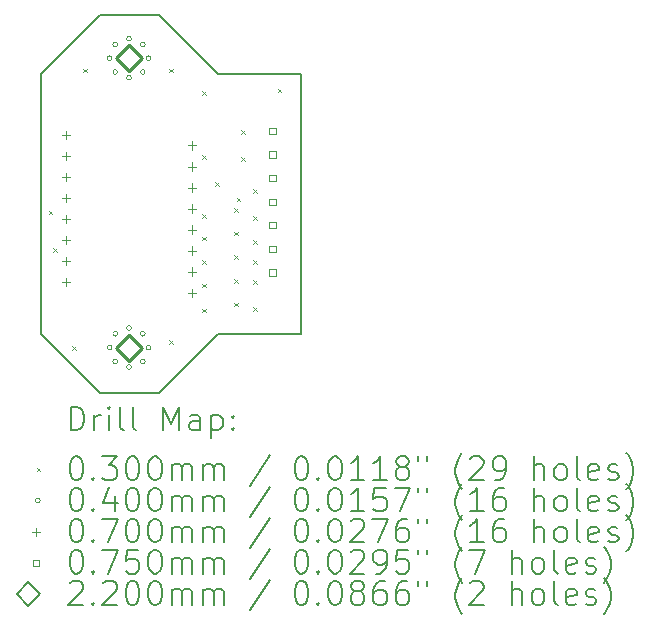
<source format=gbr>
%FSLAX45Y45*%
G04 Gerber Fmt 4.5, Leading zero omitted, Abs format (unit mm)*
G04 Created by KiCad (PCBNEW (6.0.5)) date 2022-07-09 20:48:07*
%MOMM*%
%LPD*%
G01*
G04 APERTURE LIST*
%TA.AperFunction,Profile*%
%ADD10C,0.127000*%
%TD*%
%ADD11C,0.200000*%
%ADD12C,0.030000*%
%ADD13C,0.040000*%
%ADD14C,0.070000*%
%ADD15C,0.075000*%
%ADD16C,0.220000*%
G04 APERTURE END LIST*
D10*
X16000000Y-9800000D02*
X16000000Y-7600000D01*
X17000000Y-7100000D02*
X17500000Y-7600000D01*
X17000000Y-10300000D02*
X16500000Y-10300000D01*
X16500000Y-7100000D02*
X16000000Y-7600000D01*
X17500000Y-7600000D02*
X18200000Y-7600000D01*
X16000000Y-9800000D02*
X16500000Y-10300000D01*
X17500000Y-9800000D02*
X18200000Y-9800000D01*
X18200000Y-7600000D02*
X18200000Y-9800000D01*
X16500000Y-7100000D02*
X17000000Y-7100000D01*
X17000000Y-10300000D02*
X17500000Y-9800000D01*
D11*
D12*
X16065000Y-8755000D02*
X16095000Y-8785000D01*
X16095000Y-8755000D02*
X16065000Y-8785000D01*
X16105000Y-9075000D02*
X16135000Y-9105000D01*
X16135000Y-9075000D02*
X16105000Y-9105000D01*
X16265000Y-9905000D02*
X16295000Y-9935000D01*
X16295000Y-9905000D02*
X16265000Y-9935000D01*
X16355000Y-7555000D02*
X16385000Y-7585000D01*
X16385000Y-7555000D02*
X16355000Y-7585000D01*
X17085000Y-7555000D02*
X17115000Y-7585000D01*
X17115000Y-7555000D02*
X17085000Y-7585000D01*
X17085000Y-9855000D02*
X17115000Y-9885000D01*
X17115000Y-9855000D02*
X17085000Y-9885000D01*
X17365000Y-7745000D02*
X17395000Y-7775000D01*
X17395000Y-7745000D02*
X17365000Y-7775000D01*
X17365000Y-8285000D02*
X17395000Y-8315000D01*
X17395000Y-8285000D02*
X17365000Y-8315000D01*
X17365000Y-8785000D02*
X17395000Y-8815000D01*
X17395000Y-8785000D02*
X17365000Y-8815000D01*
X17365000Y-8975000D02*
X17395000Y-9005000D01*
X17395000Y-8975000D02*
X17365000Y-9005000D01*
X17365000Y-9175000D02*
X17395000Y-9205000D01*
X17395000Y-9175000D02*
X17365000Y-9205000D01*
X17365000Y-9375000D02*
X17395000Y-9405000D01*
X17395000Y-9375000D02*
X17365000Y-9405000D01*
X17365000Y-9585000D02*
X17395000Y-9615000D01*
X17395000Y-9585000D02*
X17365000Y-9615000D01*
X17475000Y-8515000D02*
X17505000Y-8545000D01*
X17505000Y-8515000D02*
X17475000Y-8545000D01*
X17635000Y-8735000D02*
X17665000Y-8765000D01*
X17665000Y-8735000D02*
X17635000Y-8765000D01*
X17635000Y-8935000D02*
X17665000Y-8965000D01*
X17665000Y-8935000D02*
X17635000Y-8965000D01*
X17635000Y-9135000D02*
X17665000Y-9165000D01*
X17665000Y-9135000D02*
X17635000Y-9165000D01*
X17635000Y-9335000D02*
X17665000Y-9365000D01*
X17665000Y-9335000D02*
X17635000Y-9365000D01*
X17635000Y-9535000D02*
X17665000Y-9565000D01*
X17665000Y-9535000D02*
X17635000Y-9565000D01*
X17655000Y-8645000D02*
X17685000Y-8675000D01*
X17685000Y-8645000D02*
X17655000Y-8675000D01*
X17695000Y-8075000D02*
X17725000Y-8105000D01*
X17725000Y-8075000D02*
X17695000Y-8105000D01*
X17695000Y-8305000D02*
X17725000Y-8335000D01*
X17725000Y-8305000D02*
X17695000Y-8335000D01*
X17795000Y-8575000D02*
X17825000Y-8605000D01*
X17825000Y-8575000D02*
X17795000Y-8605000D01*
X17795000Y-8805000D02*
X17825000Y-8835000D01*
X17825000Y-8805000D02*
X17795000Y-8835000D01*
X17795000Y-9005000D02*
X17825000Y-9035000D01*
X17825000Y-9005000D02*
X17795000Y-9035000D01*
X17795000Y-9175000D02*
X17825000Y-9205000D01*
X17825000Y-9175000D02*
X17795000Y-9205000D01*
X17795000Y-9345000D02*
X17825000Y-9375000D01*
X17825000Y-9345000D02*
X17795000Y-9375000D01*
X17795000Y-9575000D02*
X17825000Y-9605000D01*
X17825000Y-9575000D02*
X17795000Y-9605000D01*
X18005000Y-7725000D02*
X18035000Y-7755000D01*
X18035000Y-7725000D02*
X18005000Y-7755000D01*
D13*
X16600000Y-7465000D02*
G75*
G03*
X16600000Y-7465000I-20000J0D01*
G01*
X16600000Y-9915000D02*
G75*
G03*
X16600000Y-9915000I-20000J0D01*
G01*
X16648327Y-7348327D02*
G75*
G03*
X16648327Y-7348327I-20000J0D01*
G01*
X16648327Y-7581673D02*
G75*
G03*
X16648327Y-7581673I-20000J0D01*
G01*
X16648327Y-9798327D02*
G75*
G03*
X16648327Y-9798327I-20000J0D01*
G01*
X16648327Y-10031673D02*
G75*
G03*
X16648327Y-10031673I-20000J0D01*
G01*
X16765000Y-7300000D02*
G75*
G03*
X16765000Y-7300000I-20000J0D01*
G01*
X16765000Y-7630000D02*
G75*
G03*
X16765000Y-7630000I-20000J0D01*
G01*
X16765000Y-9750000D02*
G75*
G03*
X16765000Y-9750000I-20000J0D01*
G01*
X16765000Y-10080000D02*
G75*
G03*
X16765000Y-10080000I-20000J0D01*
G01*
X16881673Y-7348327D02*
G75*
G03*
X16881673Y-7348327I-20000J0D01*
G01*
X16881673Y-7581673D02*
G75*
G03*
X16881673Y-7581673I-20000J0D01*
G01*
X16881673Y-9798327D02*
G75*
G03*
X16881673Y-9798327I-20000J0D01*
G01*
X16881673Y-10031673D02*
G75*
G03*
X16881673Y-10031673I-20000J0D01*
G01*
X16930000Y-7465000D02*
G75*
G03*
X16930000Y-7465000I-20000J0D01*
G01*
X16930000Y-9915000D02*
G75*
G03*
X16930000Y-9915000I-20000J0D01*
G01*
D14*
X16210000Y-8080000D02*
X16210000Y-8150000D01*
X16175000Y-8115000D02*
X16245000Y-8115000D01*
X16210000Y-8258000D02*
X16210000Y-8328000D01*
X16175000Y-8293000D02*
X16245000Y-8293000D01*
X16210000Y-8436000D02*
X16210000Y-8506000D01*
X16175000Y-8471000D02*
X16245000Y-8471000D01*
X16210000Y-8614000D02*
X16210000Y-8684000D01*
X16175000Y-8649000D02*
X16245000Y-8649000D01*
X16210000Y-8792000D02*
X16210000Y-8862000D01*
X16175000Y-8827000D02*
X16245000Y-8827000D01*
X16210000Y-8970000D02*
X16210000Y-9040000D01*
X16175000Y-9005000D02*
X16245000Y-9005000D01*
X16210000Y-9148000D02*
X16210000Y-9218000D01*
X16175000Y-9183000D02*
X16245000Y-9183000D01*
X16210000Y-9326000D02*
X16210000Y-9396000D01*
X16175000Y-9361000D02*
X16245000Y-9361000D01*
X17280000Y-8169000D02*
X17280000Y-8239000D01*
X17245000Y-8204000D02*
X17315000Y-8204000D01*
X17280000Y-8347000D02*
X17280000Y-8417000D01*
X17245000Y-8382000D02*
X17315000Y-8382000D01*
X17280000Y-8525000D02*
X17280000Y-8595000D01*
X17245000Y-8560000D02*
X17315000Y-8560000D01*
X17280000Y-8703000D02*
X17280000Y-8773000D01*
X17245000Y-8738000D02*
X17315000Y-8738000D01*
X17280000Y-8881000D02*
X17280000Y-8951000D01*
X17245000Y-8916000D02*
X17315000Y-8916000D01*
X17280000Y-9059000D02*
X17280000Y-9129000D01*
X17245000Y-9094000D02*
X17315000Y-9094000D01*
X17280000Y-9237000D02*
X17280000Y-9307000D01*
X17245000Y-9272000D02*
X17315000Y-9272000D01*
X17280000Y-9415000D02*
X17280000Y-9485000D01*
X17245000Y-9450000D02*
X17315000Y-9450000D01*
D15*
X17986517Y-8106517D02*
X17986517Y-8053483D01*
X17933483Y-8053483D01*
X17933483Y-8106517D01*
X17986517Y-8106517D01*
X17986517Y-8306517D02*
X17986517Y-8253483D01*
X17933483Y-8253483D01*
X17933483Y-8306517D01*
X17986517Y-8306517D01*
X17986517Y-8506517D02*
X17986517Y-8453483D01*
X17933483Y-8453483D01*
X17933483Y-8506517D01*
X17986517Y-8506517D01*
X17986517Y-8706517D02*
X17986517Y-8653483D01*
X17933483Y-8653483D01*
X17933483Y-8706517D01*
X17986517Y-8706517D01*
X17986517Y-8906517D02*
X17986517Y-8853483D01*
X17933483Y-8853483D01*
X17933483Y-8906517D01*
X17986517Y-8906517D01*
X17986517Y-9106517D02*
X17986517Y-9053483D01*
X17933483Y-9053483D01*
X17933483Y-9106517D01*
X17986517Y-9106517D01*
X17986517Y-9306517D02*
X17986517Y-9253483D01*
X17933483Y-9253483D01*
X17933483Y-9306517D01*
X17986517Y-9306517D01*
D16*
X16745000Y-7575000D02*
X16855000Y-7465000D01*
X16745000Y-7355000D01*
X16635000Y-7465000D01*
X16745000Y-7575000D01*
X16745000Y-10025000D02*
X16855000Y-9915000D01*
X16745000Y-9805000D01*
X16635000Y-9915000D01*
X16745000Y-10025000D01*
D11*
X16251269Y-10616826D02*
X16251269Y-10416826D01*
X16298888Y-10416826D01*
X16327459Y-10426350D01*
X16346507Y-10445398D01*
X16356031Y-10464445D01*
X16365555Y-10502540D01*
X16365555Y-10531112D01*
X16356031Y-10569207D01*
X16346507Y-10588255D01*
X16327459Y-10607302D01*
X16298888Y-10616826D01*
X16251269Y-10616826D01*
X16451269Y-10616826D02*
X16451269Y-10483493D01*
X16451269Y-10521588D02*
X16460793Y-10502540D01*
X16470317Y-10493017D01*
X16489364Y-10483493D01*
X16508412Y-10483493D01*
X16575078Y-10616826D02*
X16575078Y-10483493D01*
X16575078Y-10416826D02*
X16565555Y-10426350D01*
X16575078Y-10435874D01*
X16584602Y-10426350D01*
X16575078Y-10416826D01*
X16575078Y-10435874D01*
X16698888Y-10616826D02*
X16679840Y-10607302D01*
X16670317Y-10588255D01*
X16670317Y-10416826D01*
X16803650Y-10616826D02*
X16784602Y-10607302D01*
X16775078Y-10588255D01*
X16775078Y-10416826D01*
X17032221Y-10616826D02*
X17032221Y-10416826D01*
X17098888Y-10559683D01*
X17165555Y-10416826D01*
X17165555Y-10616826D01*
X17346507Y-10616826D02*
X17346507Y-10512064D01*
X17336983Y-10493017D01*
X17317936Y-10483493D01*
X17279840Y-10483493D01*
X17260793Y-10493017D01*
X17346507Y-10607302D02*
X17327460Y-10616826D01*
X17279840Y-10616826D01*
X17260793Y-10607302D01*
X17251269Y-10588255D01*
X17251269Y-10569207D01*
X17260793Y-10550160D01*
X17279840Y-10540636D01*
X17327460Y-10540636D01*
X17346507Y-10531112D01*
X17441745Y-10483493D02*
X17441745Y-10683493D01*
X17441745Y-10493017D02*
X17460793Y-10483493D01*
X17498888Y-10483493D01*
X17517936Y-10493017D01*
X17527460Y-10502540D01*
X17536983Y-10521588D01*
X17536983Y-10578731D01*
X17527460Y-10597779D01*
X17517936Y-10607302D01*
X17498888Y-10616826D01*
X17460793Y-10616826D01*
X17441745Y-10607302D01*
X17622698Y-10597779D02*
X17632221Y-10607302D01*
X17622698Y-10616826D01*
X17613174Y-10607302D01*
X17622698Y-10597779D01*
X17622698Y-10616826D01*
X17622698Y-10493017D02*
X17632221Y-10502540D01*
X17622698Y-10512064D01*
X17613174Y-10502540D01*
X17622698Y-10493017D01*
X17622698Y-10512064D01*
D12*
X15963650Y-10931350D02*
X15993650Y-10961350D01*
X15993650Y-10931350D02*
X15963650Y-10961350D01*
D11*
X16289364Y-10836826D02*
X16308412Y-10836826D01*
X16327459Y-10846350D01*
X16336983Y-10855874D01*
X16346507Y-10874921D01*
X16356031Y-10913017D01*
X16356031Y-10960636D01*
X16346507Y-10998731D01*
X16336983Y-11017779D01*
X16327459Y-11027302D01*
X16308412Y-11036826D01*
X16289364Y-11036826D01*
X16270317Y-11027302D01*
X16260793Y-11017779D01*
X16251269Y-10998731D01*
X16241745Y-10960636D01*
X16241745Y-10913017D01*
X16251269Y-10874921D01*
X16260793Y-10855874D01*
X16270317Y-10846350D01*
X16289364Y-10836826D01*
X16441745Y-11017779D02*
X16451269Y-11027302D01*
X16441745Y-11036826D01*
X16432221Y-11027302D01*
X16441745Y-11017779D01*
X16441745Y-11036826D01*
X16517936Y-10836826D02*
X16641745Y-10836826D01*
X16575078Y-10913017D01*
X16603650Y-10913017D01*
X16622698Y-10922540D01*
X16632221Y-10932064D01*
X16641745Y-10951112D01*
X16641745Y-10998731D01*
X16632221Y-11017779D01*
X16622698Y-11027302D01*
X16603650Y-11036826D01*
X16546507Y-11036826D01*
X16527459Y-11027302D01*
X16517936Y-11017779D01*
X16765555Y-10836826D02*
X16784602Y-10836826D01*
X16803650Y-10846350D01*
X16813174Y-10855874D01*
X16822698Y-10874921D01*
X16832221Y-10913017D01*
X16832221Y-10960636D01*
X16822698Y-10998731D01*
X16813174Y-11017779D01*
X16803650Y-11027302D01*
X16784602Y-11036826D01*
X16765555Y-11036826D01*
X16746507Y-11027302D01*
X16736983Y-11017779D01*
X16727459Y-10998731D01*
X16717936Y-10960636D01*
X16717936Y-10913017D01*
X16727459Y-10874921D01*
X16736983Y-10855874D01*
X16746507Y-10846350D01*
X16765555Y-10836826D01*
X16956031Y-10836826D02*
X16975079Y-10836826D01*
X16994126Y-10846350D01*
X17003650Y-10855874D01*
X17013174Y-10874921D01*
X17022698Y-10913017D01*
X17022698Y-10960636D01*
X17013174Y-10998731D01*
X17003650Y-11017779D01*
X16994126Y-11027302D01*
X16975079Y-11036826D01*
X16956031Y-11036826D01*
X16936983Y-11027302D01*
X16927460Y-11017779D01*
X16917936Y-10998731D01*
X16908412Y-10960636D01*
X16908412Y-10913017D01*
X16917936Y-10874921D01*
X16927460Y-10855874D01*
X16936983Y-10846350D01*
X16956031Y-10836826D01*
X17108412Y-11036826D02*
X17108412Y-10903493D01*
X17108412Y-10922540D02*
X17117936Y-10913017D01*
X17136983Y-10903493D01*
X17165555Y-10903493D01*
X17184602Y-10913017D01*
X17194126Y-10932064D01*
X17194126Y-11036826D01*
X17194126Y-10932064D02*
X17203650Y-10913017D01*
X17222698Y-10903493D01*
X17251269Y-10903493D01*
X17270317Y-10913017D01*
X17279840Y-10932064D01*
X17279840Y-11036826D01*
X17375079Y-11036826D02*
X17375079Y-10903493D01*
X17375079Y-10922540D02*
X17384602Y-10913017D01*
X17403650Y-10903493D01*
X17432221Y-10903493D01*
X17451269Y-10913017D01*
X17460793Y-10932064D01*
X17460793Y-11036826D01*
X17460793Y-10932064D02*
X17470317Y-10913017D01*
X17489364Y-10903493D01*
X17517936Y-10903493D01*
X17536983Y-10913017D01*
X17546507Y-10932064D01*
X17546507Y-11036826D01*
X17936983Y-10827302D02*
X17765555Y-11084445D01*
X18194126Y-10836826D02*
X18213174Y-10836826D01*
X18232221Y-10846350D01*
X18241745Y-10855874D01*
X18251269Y-10874921D01*
X18260793Y-10913017D01*
X18260793Y-10960636D01*
X18251269Y-10998731D01*
X18241745Y-11017779D01*
X18232221Y-11027302D01*
X18213174Y-11036826D01*
X18194126Y-11036826D01*
X18175079Y-11027302D01*
X18165555Y-11017779D01*
X18156031Y-10998731D01*
X18146507Y-10960636D01*
X18146507Y-10913017D01*
X18156031Y-10874921D01*
X18165555Y-10855874D01*
X18175079Y-10846350D01*
X18194126Y-10836826D01*
X18346507Y-11017779D02*
X18356031Y-11027302D01*
X18346507Y-11036826D01*
X18336983Y-11027302D01*
X18346507Y-11017779D01*
X18346507Y-11036826D01*
X18479840Y-10836826D02*
X18498888Y-10836826D01*
X18517936Y-10846350D01*
X18527460Y-10855874D01*
X18536983Y-10874921D01*
X18546507Y-10913017D01*
X18546507Y-10960636D01*
X18536983Y-10998731D01*
X18527460Y-11017779D01*
X18517936Y-11027302D01*
X18498888Y-11036826D01*
X18479840Y-11036826D01*
X18460793Y-11027302D01*
X18451269Y-11017779D01*
X18441745Y-10998731D01*
X18432221Y-10960636D01*
X18432221Y-10913017D01*
X18441745Y-10874921D01*
X18451269Y-10855874D01*
X18460793Y-10846350D01*
X18479840Y-10836826D01*
X18736983Y-11036826D02*
X18622698Y-11036826D01*
X18679840Y-11036826D02*
X18679840Y-10836826D01*
X18660793Y-10865398D01*
X18641745Y-10884445D01*
X18622698Y-10893969D01*
X18927460Y-11036826D02*
X18813174Y-11036826D01*
X18870317Y-11036826D02*
X18870317Y-10836826D01*
X18851269Y-10865398D01*
X18832221Y-10884445D01*
X18813174Y-10893969D01*
X19041745Y-10922540D02*
X19022698Y-10913017D01*
X19013174Y-10903493D01*
X19003650Y-10884445D01*
X19003650Y-10874921D01*
X19013174Y-10855874D01*
X19022698Y-10846350D01*
X19041745Y-10836826D01*
X19079840Y-10836826D01*
X19098888Y-10846350D01*
X19108412Y-10855874D01*
X19117936Y-10874921D01*
X19117936Y-10884445D01*
X19108412Y-10903493D01*
X19098888Y-10913017D01*
X19079840Y-10922540D01*
X19041745Y-10922540D01*
X19022698Y-10932064D01*
X19013174Y-10941588D01*
X19003650Y-10960636D01*
X19003650Y-10998731D01*
X19013174Y-11017779D01*
X19022698Y-11027302D01*
X19041745Y-11036826D01*
X19079840Y-11036826D01*
X19098888Y-11027302D01*
X19108412Y-11017779D01*
X19117936Y-10998731D01*
X19117936Y-10960636D01*
X19108412Y-10941588D01*
X19098888Y-10932064D01*
X19079840Y-10922540D01*
X19194126Y-10836826D02*
X19194126Y-10874921D01*
X19270317Y-10836826D02*
X19270317Y-10874921D01*
X19565555Y-11113017D02*
X19556031Y-11103493D01*
X19536983Y-11074921D01*
X19527460Y-11055874D01*
X19517936Y-11027302D01*
X19508412Y-10979683D01*
X19508412Y-10941588D01*
X19517936Y-10893969D01*
X19527460Y-10865398D01*
X19536983Y-10846350D01*
X19556031Y-10817779D01*
X19565555Y-10808255D01*
X19632221Y-10855874D02*
X19641745Y-10846350D01*
X19660793Y-10836826D01*
X19708412Y-10836826D01*
X19727460Y-10846350D01*
X19736983Y-10855874D01*
X19746507Y-10874921D01*
X19746507Y-10893969D01*
X19736983Y-10922540D01*
X19622698Y-11036826D01*
X19746507Y-11036826D01*
X19841745Y-11036826D02*
X19879840Y-11036826D01*
X19898888Y-11027302D01*
X19908412Y-11017779D01*
X19927460Y-10989207D01*
X19936983Y-10951112D01*
X19936983Y-10874921D01*
X19927460Y-10855874D01*
X19917936Y-10846350D01*
X19898888Y-10836826D01*
X19860793Y-10836826D01*
X19841745Y-10846350D01*
X19832221Y-10855874D01*
X19822698Y-10874921D01*
X19822698Y-10922540D01*
X19832221Y-10941588D01*
X19841745Y-10951112D01*
X19860793Y-10960636D01*
X19898888Y-10960636D01*
X19917936Y-10951112D01*
X19927460Y-10941588D01*
X19936983Y-10922540D01*
X20175079Y-11036826D02*
X20175079Y-10836826D01*
X20260793Y-11036826D02*
X20260793Y-10932064D01*
X20251269Y-10913017D01*
X20232221Y-10903493D01*
X20203650Y-10903493D01*
X20184602Y-10913017D01*
X20175079Y-10922540D01*
X20384602Y-11036826D02*
X20365555Y-11027302D01*
X20356031Y-11017779D01*
X20346507Y-10998731D01*
X20346507Y-10941588D01*
X20356031Y-10922540D01*
X20365555Y-10913017D01*
X20384602Y-10903493D01*
X20413174Y-10903493D01*
X20432221Y-10913017D01*
X20441745Y-10922540D01*
X20451269Y-10941588D01*
X20451269Y-10998731D01*
X20441745Y-11017779D01*
X20432221Y-11027302D01*
X20413174Y-11036826D01*
X20384602Y-11036826D01*
X20565555Y-11036826D02*
X20546507Y-11027302D01*
X20536983Y-11008255D01*
X20536983Y-10836826D01*
X20717936Y-11027302D02*
X20698888Y-11036826D01*
X20660793Y-11036826D01*
X20641745Y-11027302D01*
X20632221Y-11008255D01*
X20632221Y-10932064D01*
X20641745Y-10913017D01*
X20660793Y-10903493D01*
X20698888Y-10903493D01*
X20717936Y-10913017D01*
X20727460Y-10932064D01*
X20727460Y-10951112D01*
X20632221Y-10970160D01*
X20803650Y-11027302D02*
X20822698Y-11036826D01*
X20860793Y-11036826D01*
X20879840Y-11027302D01*
X20889364Y-11008255D01*
X20889364Y-10998731D01*
X20879840Y-10979683D01*
X20860793Y-10970160D01*
X20832221Y-10970160D01*
X20813174Y-10960636D01*
X20803650Y-10941588D01*
X20803650Y-10932064D01*
X20813174Y-10913017D01*
X20832221Y-10903493D01*
X20860793Y-10903493D01*
X20879840Y-10913017D01*
X20956031Y-11113017D02*
X20965555Y-11103493D01*
X20984602Y-11074921D01*
X20994126Y-11055874D01*
X21003650Y-11027302D01*
X21013174Y-10979683D01*
X21013174Y-10941588D01*
X21003650Y-10893969D01*
X20994126Y-10865398D01*
X20984602Y-10846350D01*
X20965555Y-10817779D01*
X20956031Y-10808255D01*
D13*
X15993650Y-11210350D02*
G75*
G03*
X15993650Y-11210350I-20000J0D01*
G01*
D11*
X16289364Y-11100826D02*
X16308412Y-11100826D01*
X16327459Y-11110350D01*
X16336983Y-11119874D01*
X16346507Y-11138921D01*
X16356031Y-11177017D01*
X16356031Y-11224636D01*
X16346507Y-11262731D01*
X16336983Y-11281778D01*
X16327459Y-11291302D01*
X16308412Y-11300826D01*
X16289364Y-11300826D01*
X16270317Y-11291302D01*
X16260793Y-11281778D01*
X16251269Y-11262731D01*
X16241745Y-11224636D01*
X16241745Y-11177017D01*
X16251269Y-11138921D01*
X16260793Y-11119874D01*
X16270317Y-11110350D01*
X16289364Y-11100826D01*
X16441745Y-11281778D02*
X16451269Y-11291302D01*
X16441745Y-11300826D01*
X16432221Y-11291302D01*
X16441745Y-11281778D01*
X16441745Y-11300826D01*
X16622698Y-11167493D02*
X16622698Y-11300826D01*
X16575078Y-11091302D02*
X16527459Y-11234159D01*
X16651269Y-11234159D01*
X16765555Y-11100826D02*
X16784602Y-11100826D01*
X16803650Y-11110350D01*
X16813174Y-11119874D01*
X16822698Y-11138921D01*
X16832221Y-11177017D01*
X16832221Y-11224636D01*
X16822698Y-11262731D01*
X16813174Y-11281778D01*
X16803650Y-11291302D01*
X16784602Y-11300826D01*
X16765555Y-11300826D01*
X16746507Y-11291302D01*
X16736983Y-11281778D01*
X16727459Y-11262731D01*
X16717936Y-11224636D01*
X16717936Y-11177017D01*
X16727459Y-11138921D01*
X16736983Y-11119874D01*
X16746507Y-11110350D01*
X16765555Y-11100826D01*
X16956031Y-11100826D02*
X16975079Y-11100826D01*
X16994126Y-11110350D01*
X17003650Y-11119874D01*
X17013174Y-11138921D01*
X17022698Y-11177017D01*
X17022698Y-11224636D01*
X17013174Y-11262731D01*
X17003650Y-11281778D01*
X16994126Y-11291302D01*
X16975079Y-11300826D01*
X16956031Y-11300826D01*
X16936983Y-11291302D01*
X16927460Y-11281778D01*
X16917936Y-11262731D01*
X16908412Y-11224636D01*
X16908412Y-11177017D01*
X16917936Y-11138921D01*
X16927460Y-11119874D01*
X16936983Y-11110350D01*
X16956031Y-11100826D01*
X17108412Y-11300826D02*
X17108412Y-11167493D01*
X17108412Y-11186540D02*
X17117936Y-11177017D01*
X17136983Y-11167493D01*
X17165555Y-11167493D01*
X17184602Y-11177017D01*
X17194126Y-11196064D01*
X17194126Y-11300826D01*
X17194126Y-11196064D02*
X17203650Y-11177017D01*
X17222698Y-11167493D01*
X17251269Y-11167493D01*
X17270317Y-11177017D01*
X17279840Y-11196064D01*
X17279840Y-11300826D01*
X17375079Y-11300826D02*
X17375079Y-11167493D01*
X17375079Y-11186540D02*
X17384602Y-11177017D01*
X17403650Y-11167493D01*
X17432221Y-11167493D01*
X17451269Y-11177017D01*
X17460793Y-11196064D01*
X17460793Y-11300826D01*
X17460793Y-11196064D02*
X17470317Y-11177017D01*
X17489364Y-11167493D01*
X17517936Y-11167493D01*
X17536983Y-11177017D01*
X17546507Y-11196064D01*
X17546507Y-11300826D01*
X17936983Y-11091302D02*
X17765555Y-11348445D01*
X18194126Y-11100826D02*
X18213174Y-11100826D01*
X18232221Y-11110350D01*
X18241745Y-11119874D01*
X18251269Y-11138921D01*
X18260793Y-11177017D01*
X18260793Y-11224636D01*
X18251269Y-11262731D01*
X18241745Y-11281778D01*
X18232221Y-11291302D01*
X18213174Y-11300826D01*
X18194126Y-11300826D01*
X18175079Y-11291302D01*
X18165555Y-11281778D01*
X18156031Y-11262731D01*
X18146507Y-11224636D01*
X18146507Y-11177017D01*
X18156031Y-11138921D01*
X18165555Y-11119874D01*
X18175079Y-11110350D01*
X18194126Y-11100826D01*
X18346507Y-11281778D02*
X18356031Y-11291302D01*
X18346507Y-11300826D01*
X18336983Y-11291302D01*
X18346507Y-11281778D01*
X18346507Y-11300826D01*
X18479840Y-11100826D02*
X18498888Y-11100826D01*
X18517936Y-11110350D01*
X18527460Y-11119874D01*
X18536983Y-11138921D01*
X18546507Y-11177017D01*
X18546507Y-11224636D01*
X18536983Y-11262731D01*
X18527460Y-11281778D01*
X18517936Y-11291302D01*
X18498888Y-11300826D01*
X18479840Y-11300826D01*
X18460793Y-11291302D01*
X18451269Y-11281778D01*
X18441745Y-11262731D01*
X18432221Y-11224636D01*
X18432221Y-11177017D01*
X18441745Y-11138921D01*
X18451269Y-11119874D01*
X18460793Y-11110350D01*
X18479840Y-11100826D01*
X18736983Y-11300826D02*
X18622698Y-11300826D01*
X18679840Y-11300826D02*
X18679840Y-11100826D01*
X18660793Y-11129398D01*
X18641745Y-11148445D01*
X18622698Y-11157969D01*
X18917936Y-11100826D02*
X18822698Y-11100826D01*
X18813174Y-11196064D01*
X18822698Y-11186540D01*
X18841745Y-11177017D01*
X18889364Y-11177017D01*
X18908412Y-11186540D01*
X18917936Y-11196064D01*
X18927460Y-11215112D01*
X18927460Y-11262731D01*
X18917936Y-11281778D01*
X18908412Y-11291302D01*
X18889364Y-11300826D01*
X18841745Y-11300826D01*
X18822698Y-11291302D01*
X18813174Y-11281778D01*
X18994126Y-11100826D02*
X19127460Y-11100826D01*
X19041745Y-11300826D01*
X19194126Y-11100826D02*
X19194126Y-11138921D01*
X19270317Y-11100826D02*
X19270317Y-11138921D01*
X19565555Y-11377017D02*
X19556031Y-11367493D01*
X19536983Y-11338921D01*
X19527460Y-11319874D01*
X19517936Y-11291302D01*
X19508412Y-11243683D01*
X19508412Y-11205588D01*
X19517936Y-11157969D01*
X19527460Y-11129398D01*
X19536983Y-11110350D01*
X19556031Y-11081779D01*
X19565555Y-11072255D01*
X19746507Y-11300826D02*
X19632221Y-11300826D01*
X19689364Y-11300826D02*
X19689364Y-11100826D01*
X19670317Y-11129398D01*
X19651269Y-11148445D01*
X19632221Y-11157969D01*
X19917936Y-11100826D02*
X19879840Y-11100826D01*
X19860793Y-11110350D01*
X19851269Y-11119874D01*
X19832221Y-11148445D01*
X19822698Y-11186540D01*
X19822698Y-11262731D01*
X19832221Y-11281778D01*
X19841745Y-11291302D01*
X19860793Y-11300826D01*
X19898888Y-11300826D01*
X19917936Y-11291302D01*
X19927460Y-11281778D01*
X19936983Y-11262731D01*
X19936983Y-11215112D01*
X19927460Y-11196064D01*
X19917936Y-11186540D01*
X19898888Y-11177017D01*
X19860793Y-11177017D01*
X19841745Y-11186540D01*
X19832221Y-11196064D01*
X19822698Y-11215112D01*
X20175079Y-11300826D02*
X20175079Y-11100826D01*
X20260793Y-11300826D02*
X20260793Y-11196064D01*
X20251269Y-11177017D01*
X20232221Y-11167493D01*
X20203650Y-11167493D01*
X20184602Y-11177017D01*
X20175079Y-11186540D01*
X20384602Y-11300826D02*
X20365555Y-11291302D01*
X20356031Y-11281778D01*
X20346507Y-11262731D01*
X20346507Y-11205588D01*
X20356031Y-11186540D01*
X20365555Y-11177017D01*
X20384602Y-11167493D01*
X20413174Y-11167493D01*
X20432221Y-11177017D01*
X20441745Y-11186540D01*
X20451269Y-11205588D01*
X20451269Y-11262731D01*
X20441745Y-11281778D01*
X20432221Y-11291302D01*
X20413174Y-11300826D01*
X20384602Y-11300826D01*
X20565555Y-11300826D02*
X20546507Y-11291302D01*
X20536983Y-11272255D01*
X20536983Y-11100826D01*
X20717936Y-11291302D02*
X20698888Y-11300826D01*
X20660793Y-11300826D01*
X20641745Y-11291302D01*
X20632221Y-11272255D01*
X20632221Y-11196064D01*
X20641745Y-11177017D01*
X20660793Y-11167493D01*
X20698888Y-11167493D01*
X20717936Y-11177017D01*
X20727460Y-11196064D01*
X20727460Y-11215112D01*
X20632221Y-11234159D01*
X20803650Y-11291302D02*
X20822698Y-11300826D01*
X20860793Y-11300826D01*
X20879840Y-11291302D01*
X20889364Y-11272255D01*
X20889364Y-11262731D01*
X20879840Y-11243683D01*
X20860793Y-11234159D01*
X20832221Y-11234159D01*
X20813174Y-11224636D01*
X20803650Y-11205588D01*
X20803650Y-11196064D01*
X20813174Y-11177017D01*
X20832221Y-11167493D01*
X20860793Y-11167493D01*
X20879840Y-11177017D01*
X20956031Y-11377017D02*
X20965555Y-11367493D01*
X20984602Y-11338921D01*
X20994126Y-11319874D01*
X21003650Y-11291302D01*
X21013174Y-11243683D01*
X21013174Y-11205588D01*
X21003650Y-11157969D01*
X20994126Y-11129398D01*
X20984602Y-11110350D01*
X20965555Y-11081779D01*
X20956031Y-11072255D01*
D14*
X15958650Y-11439350D02*
X15958650Y-11509350D01*
X15923650Y-11474350D02*
X15993650Y-11474350D01*
D11*
X16289364Y-11364826D02*
X16308412Y-11364826D01*
X16327459Y-11374350D01*
X16336983Y-11383874D01*
X16346507Y-11402921D01*
X16356031Y-11441017D01*
X16356031Y-11488636D01*
X16346507Y-11526731D01*
X16336983Y-11545778D01*
X16327459Y-11555302D01*
X16308412Y-11564826D01*
X16289364Y-11564826D01*
X16270317Y-11555302D01*
X16260793Y-11545778D01*
X16251269Y-11526731D01*
X16241745Y-11488636D01*
X16241745Y-11441017D01*
X16251269Y-11402921D01*
X16260793Y-11383874D01*
X16270317Y-11374350D01*
X16289364Y-11364826D01*
X16441745Y-11545778D02*
X16451269Y-11555302D01*
X16441745Y-11564826D01*
X16432221Y-11555302D01*
X16441745Y-11545778D01*
X16441745Y-11564826D01*
X16517936Y-11364826D02*
X16651269Y-11364826D01*
X16565555Y-11564826D01*
X16765555Y-11364826D02*
X16784602Y-11364826D01*
X16803650Y-11374350D01*
X16813174Y-11383874D01*
X16822698Y-11402921D01*
X16832221Y-11441017D01*
X16832221Y-11488636D01*
X16822698Y-11526731D01*
X16813174Y-11545778D01*
X16803650Y-11555302D01*
X16784602Y-11564826D01*
X16765555Y-11564826D01*
X16746507Y-11555302D01*
X16736983Y-11545778D01*
X16727459Y-11526731D01*
X16717936Y-11488636D01*
X16717936Y-11441017D01*
X16727459Y-11402921D01*
X16736983Y-11383874D01*
X16746507Y-11374350D01*
X16765555Y-11364826D01*
X16956031Y-11364826D02*
X16975079Y-11364826D01*
X16994126Y-11374350D01*
X17003650Y-11383874D01*
X17013174Y-11402921D01*
X17022698Y-11441017D01*
X17022698Y-11488636D01*
X17013174Y-11526731D01*
X17003650Y-11545778D01*
X16994126Y-11555302D01*
X16975079Y-11564826D01*
X16956031Y-11564826D01*
X16936983Y-11555302D01*
X16927460Y-11545778D01*
X16917936Y-11526731D01*
X16908412Y-11488636D01*
X16908412Y-11441017D01*
X16917936Y-11402921D01*
X16927460Y-11383874D01*
X16936983Y-11374350D01*
X16956031Y-11364826D01*
X17108412Y-11564826D02*
X17108412Y-11431493D01*
X17108412Y-11450540D02*
X17117936Y-11441017D01*
X17136983Y-11431493D01*
X17165555Y-11431493D01*
X17184602Y-11441017D01*
X17194126Y-11460064D01*
X17194126Y-11564826D01*
X17194126Y-11460064D02*
X17203650Y-11441017D01*
X17222698Y-11431493D01*
X17251269Y-11431493D01*
X17270317Y-11441017D01*
X17279840Y-11460064D01*
X17279840Y-11564826D01*
X17375079Y-11564826D02*
X17375079Y-11431493D01*
X17375079Y-11450540D02*
X17384602Y-11441017D01*
X17403650Y-11431493D01*
X17432221Y-11431493D01*
X17451269Y-11441017D01*
X17460793Y-11460064D01*
X17460793Y-11564826D01*
X17460793Y-11460064D02*
X17470317Y-11441017D01*
X17489364Y-11431493D01*
X17517936Y-11431493D01*
X17536983Y-11441017D01*
X17546507Y-11460064D01*
X17546507Y-11564826D01*
X17936983Y-11355302D02*
X17765555Y-11612445D01*
X18194126Y-11364826D02*
X18213174Y-11364826D01*
X18232221Y-11374350D01*
X18241745Y-11383874D01*
X18251269Y-11402921D01*
X18260793Y-11441017D01*
X18260793Y-11488636D01*
X18251269Y-11526731D01*
X18241745Y-11545778D01*
X18232221Y-11555302D01*
X18213174Y-11564826D01*
X18194126Y-11564826D01*
X18175079Y-11555302D01*
X18165555Y-11545778D01*
X18156031Y-11526731D01*
X18146507Y-11488636D01*
X18146507Y-11441017D01*
X18156031Y-11402921D01*
X18165555Y-11383874D01*
X18175079Y-11374350D01*
X18194126Y-11364826D01*
X18346507Y-11545778D02*
X18356031Y-11555302D01*
X18346507Y-11564826D01*
X18336983Y-11555302D01*
X18346507Y-11545778D01*
X18346507Y-11564826D01*
X18479840Y-11364826D02*
X18498888Y-11364826D01*
X18517936Y-11374350D01*
X18527460Y-11383874D01*
X18536983Y-11402921D01*
X18546507Y-11441017D01*
X18546507Y-11488636D01*
X18536983Y-11526731D01*
X18527460Y-11545778D01*
X18517936Y-11555302D01*
X18498888Y-11564826D01*
X18479840Y-11564826D01*
X18460793Y-11555302D01*
X18451269Y-11545778D01*
X18441745Y-11526731D01*
X18432221Y-11488636D01*
X18432221Y-11441017D01*
X18441745Y-11402921D01*
X18451269Y-11383874D01*
X18460793Y-11374350D01*
X18479840Y-11364826D01*
X18622698Y-11383874D02*
X18632221Y-11374350D01*
X18651269Y-11364826D01*
X18698888Y-11364826D01*
X18717936Y-11374350D01*
X18727460Y-11383874D01*
X18736983Y-11402921D01*
X18736983Y-11421969D01*
X18727460Y-11450540D01*
X18613174Y-11564826D01*
X18736983Y-11564826D01*
X18803650Y-11364826D02*
X18936983Y-11364826D01*
X18851269Y-11564826D01*
X19098888Y-11364826D02*
X19060793Y-11364826D01*
X19041745Y-11374350D01*
X19032221Y-11383874D01*
X19013174Y-11412445D01*
X19003650Y-11450540D01*
X19003650Y-11526731D01*
X19013174Y-11545778D01*
X19022698Y-11555302D01*
X19041745Y-11564826D01*
X19079840Y-11564826D01*
X19098888Y-11555302D01*
X19108412Y-11545778D01*
X19117936Y-11526731D01*
X19117936Y-11479112D01*
X19108412Y-11460064D01*
X19098888Y-11450540D01*
X19079840Y-11441017D01*
X19041745Y-11441017D01*
X19022698Y-11450540D01*
X19013174Y-11460064D01*
X19003650Y-11479112D01*
X19194126Y-11364826D02*
X19194126Y-11402921D01*
X19270317Y-11364826D02*
X19270317Y-11402921D01*
X19565555Y-11641017D02*
X19556031Y-11631493D01*
X19536983Y-11602921D01*
X19527460Y-11583874D01*
X19517936Y-11555302D01*
X19508412Y-11507683D01*
X19508412Y-11469588D01*
X19517936Y-11421969D01*
X19527460Y-11393398D01*
X19536983Y-11374350D01*
X19556031Y-11345778D01*
X19565555Y-11336255D01*
X19746507Y-11564826D02*
X19632221Y-11564826D01*
X19689364Y-11564826D02*
X19689364Y-11364826D01*
X19670317Y-11393398D01*
X19651269Y-11412445D01*
X19632221Y-11421969D01*
X19917936Y-11364826D02*
X19879840Y-11364826D01*
X19860793Y-11374350D01*
X19851269Y-11383874D01*
X19832221Y-11412445D01*
X19822698Y-11450540D01*
X19822698Y-11526731D01*
X19832221Y-11545778D01*
X19841745Y-11555302D01*
X19860793Y-11564826D01*
X19898888Y-11564826D01*
X19917936Y-11555302D01*
X19927460Y-11545778D01*
X19936983Y-11526731D01*
X19936983Y-11479112D01*
X19927460Y-11460064D01*
X19917936Y-11450540D01*
X19898888Y-11441017D01*
X19860793Y-11441017D01*
X19841745Y-11450540D01*
X19832221Y-11460064D01*
X19822698Y-11479112D01*
X20175079Y-11564826D02*
X20175079Y-11364826D01*
X20260793Y-11564826D02*
X20260793Y-11460064D01*
X20251269Y-11441017D01*
X20232221Y-11431493D01*
X20203650Y-11431493D01*
X20184602Y-11441017D01*
X20175079Y-11450540D01*
X20384602Y-11564826D02*
X20365555Y-11555302D01*
X20356031Y-11545778D01*
X20346507Y-11526731D01*
X20346507Y-11469588D01*
X20356031Y-11450540D01*
X20365555Y-11441017D01*
X20384602Y-11431493D01*
X20413174Y-11431493D01*
X20432221Y-11441017D01*
X20441745Y-11450540D01*
X20451269Y-11469588D01*
X20451269Y-11526731D01*
X20441745Y-11545778D01*
X20432221Y-11555302D01*
X20413174Y-11564826D01*
X20384602Y-11564826D01*
X20565555Y-11564826D02*
X20546507Y-11555302D01*
X20536983Y-11536255D01*
X20536983Y-11364826D01*
X20717936Y-11555302D02*
X20698888Y-11564826D01*
X20660793Y-11564826D01*
X20641745Y-11555302D01*
X20632221Y-11536255D01*
X20632221Y-11460064D01*
X20641745Y-11441017D01*
X20660793Y-11431493D01*
X20698888Y-11431493D01*
X20717936Y-11441017D01*
X20727460Y-11460064D01*
X20727460Y-11479112D01*
X20632221Y-11498159D01*
X20803650Y-11555302D02*
X20822698Y-11564826D01*
X20860793Y-11564826D01*
X20879840Y-11555302D01*
X20889364Y-11536255D01*
X20889364Y-11526731D01*
X20879840Y-11507683D01*
X20860793Y-11498159D01*
X20832221Y-11498159D01*
X20813174Y-11488636D01*
X20803650Y-11469588D01*
X20803650Y-11460064D01*
X20813174Y-11441017D01*
X20832221Y-11431493D01*
X20860793Y-11431493D01*
X20879840Y-11441017D01*
X20956031Y-11641017D02*
X20965555Y-11631493D01*
X20984602Y-11602921D01*
X20994126Y-11583874D01*
X21003650Y-11555302D01*
X21013174Y-11507683D01*
X21013174Y-11469588D01*
X21003650Y-11421969D01*
X20994126Y-11393398D01*
X20984602Y-11374350D01*
X20965555Y-11345778D01*
X20956031Y-11336255D01*
D15*
X15982667Y-11764867D02*
X15982667Y-11711833D01*
X15929633Y-11711833D01*
X15929633Y-11764867D01*
X15982667Y-11764867D01*
D11*
X16289364Y-11628826D02*
X16308412Y-11628826D01*
X16327459Y-11638350D01*
X16336983Y-11647874D01*
X16346507Y-11666921D01*
X16356031Y-11705017D01*
X16356031Y-11752636D01*
X16346507Y-11790731D01*
X16336983Y-11809778D01*
X16327459Y-11819302D01*
X16308412Y-11828826D01*
X16289364Y-11828826D01*
X16270317Y-11819302D01*
X16260793Y-11809778D01*
X16251269Y-11790731D01*
X16241745Y-11752636D01*
X16241745Y-11705017D01*
X16251269Y-11666921D01*
X16260793Y-11647874D01*
X16270317Y-11638350D01*
X16289364Y-11628826D01*
X16441745Y-11809778D02*
X16451269Y-11819302D01*
X16441745Y-11828826D01*
X16432221Y-11819302D01*
X16441745Y-11809778D01*
X16441745Y-11828826D01*
X16517936Y-11628826D02*
X16651269Y-11628826D01*
X16565555Y-11828826D01*
X16822698Y-11628826D02*
X16727459Y-11628826D01*
X16717936Y-11724064D01*
X16727459Y-11714540D01*
X16746507Y-11705017D01*
X16794126Y-11705017D01*
X16813174Y-11714540D01*
X16822698Y-11724064D01*
X16832221Y-11743112D01*
X16832221Y-11790731D01*
X16822698Y-11809778D01*
X16813174Y-11819302D01*
X16794126Y-11828826D01*
X16746507Y-11828826D01*
X16727459Y-11819302D01*
X16717936Y-11809778D01*
X16956031Y-11628826D02*
X16975079Y-11628826D01*
X16994126Y-11638350D01*
X17003650Y-11647874D01*
X17013174Y-11666921D01*
X17022698Y-11705017D01*
X17022698Y-11752636D01*
X17013174Y-11790731D01*
X17003650Y-11809778D01*
X16994126Y-11819302D01*
X16975079Y-11828826D01*
X16956031Y-11828826D01*
X16936983Y-11819302D01*
X16927460Y-11809778D01*
X16917936Y-11790731D01*
X16908412Y-11752636D01*
X16908412Y-11705017D01*
X16917936Y-11666921D01*
X16927460Y-11647874D01*
X16936983Y-11638350D01*
X16956031Y-11628826D01*
X17108412Y-11828826D02*
X17108412Y-11695493D01*
X17108412Y-11714540D02*
X17117936Y-11705017D01*
X17136983Y-11695493D01*
X17165555Y-11695493D01*
X17184602Y-11705017D01*
X17194126Y-11724064D01*
X17194126Y-11828826D01*
X17194126Y-11724064D02*
X17203650Y-11705017D01*
X17222698Y-11695493D01*
X17251269Y-11695493D01*
X17270317Y-11705017D01*
X17279840Y-11724064D01*
X17279840Y-11828826D01*
X17375079Y-11828826D02*
X17375079Y-11695493D01*
X17375079Y-11714540D02*
X17384602Y-11705017D01*
X17403650Y-11695493D01*
X17432221Y-11695493D01*
X17451269Y-11705017D01*
X17460793Y-11724064D01*
X17460793Y-11828826D01*
X17460793Y-11724064D02*
X17470317Y-11705017D01*
X17489364Y-11695493D01*
X17517936Y-11695493D01*
X17536983Y-11705017D01*
X17546507Y-11724064D01*
X17546507Y-11828826D01*
X17936983Y-11619302D02*
X17765555Y-11876445D01*
X18194126Y-11628826D02*
X18213174Y-11628826D01*
X18232221Y-11638350D01*
X18241745Y-11647874D01*
X18251269Y-11666921D01*
X18260793Y-11705017D01*
X18260793Y-11752636D01*
X18251269Y-11790731D01*
X18241745Y-11809778D01*
X18232221Y-11819302D01*
X18213174Y-11828826D01*
X18194126Y-11828826D01*
X18175079Y-11819302D01*
X18165555Y-11809778D01*
X18156031Y-11790731D01*
X18146507Y-11752636D01*
X18146507Y-11705017D01*
X18156031Y-11666921D01*
X18165555Y-11647874D01*
X18175079Y-11638350D01*
X18194126Y-11628826D01*
X18346507Y-11809778D02*
X18356031Y-11819302D01*
X18346507Y-11828826D01*
X18336983Y-11819302D01*
X18346507Y-11809778D01*
X18346507Y-11828826D01*
X18479840Y-11628826D02*
X18498888Y-11628826D01*
X18517936Y-11638350D01*
X18527460Y-11647874D01*
X18536983Y-11666921D01*
X18546507Y-11705017D01*
X18546507Y-11752636D01*
X18536983Y-11790731D01*
X18527460Y-11809778D01*
X18517936Y-11819302D01*
X18498888Y-11828826D01*
X18479840Y-11828826D01*
X18460793Y-11819302D01*
X18451269Y-11809778D01*
X18441745Y-11790731D01*
X18432221Y-11752636D01*
X18432221Y-11705017D01*
X18441745Y-11666921D01*
X18451269Y-11647874D01*
X18460793Y-11638350D01*
X18479840Y-11628826D01*
X18622698Y-11647874D02*
X18632221Y-11638350D01*
X18651269Y-11628826D01*
X18698888Y-11628826D01*
X18717936Y-11638350D01*
X18727460Y-11647874D01*
X18736983Y-11666921D01*
X18736983Y-11685969D01*
X18727460Y-11714540D01*
X18613174Y-11828826D01*
X18736983Y-11828826D01*
X18832221Y-11828826D02*
X18870317Y-11828826D01*
X18889364Y-11819302D01*
X18898888Y-11809778D01*
X18917936Y-11781207D01*
X18927460Y-11743112D01*
X18927460Y-11666921D01*
X18917936Y-11647874D01*
X18908412Y-11638350D01*
X18889364Y-11628826D01*
X18851269Y-11628826D01*
X18832221Y-11638350D01*
X18822698Y-11647874D01*
X18813174Y-11666921D01*
X18813174Y-11714540D01*
X18822698Y-11733588D01*
X18832221Y-11743112D01*
X18851269Y-11752636D01*
X18889364Y-11752636D01*
X18908412Y-11743112D01*
X18917936Y-11733588D01*
X18927460Y-11714540D01*
X19108412Y-11628826D02*
X19013174Y-11628826D01*
X19003650Y-11724064D01*
X19013174Y-11714540D01*
X19032221Y-11705017D01*
X19079840Y-11705017D01*
X19098888Y-11714540D01*
X19108412Y-11724064D01*
X19117936Y-11743112D01*
X19117936Y-11790731D01*
X19108412Y-11809778D01*
X19098888Y-11819302D01*
X19079840Y-11828826D01*
X19032221Y-11828826D01*
X19013174Y-11819302D01*
X19003650Y-11809778D01*
X19194126Y-11628826D02*
X19194126Y-11666921D01*
X19270317Y-11628826D02*
X19270317Y-11666921D01*
X19565555Y-11905017D02*
X19556031Y-11895493D01*
X19536983Y-11866921D01*
X19527460Y-11847874D01*
X19517936Y-11819302D01*
X19508412Y-11771683D01*
X19508412Y-11733588D01*
X19517936Y-11685969D01*
X19527460Y-11657398D01*
X19536983Y-11638350D01*
X19556031Y-11609778D01*
X19565555Y-11600255D01*
X19622698Y-11628826D02*
X19756031Y-11628826D01*
X19670317Y-11828826D01*
X19984602Y-11828826D02*
X19984602Y-11628826D01*
X20070317Y-11828826D02*
X20070317Y-11724064D01*
X20060793Y-11705017D01*
X20041745Y-11695493D01*
X20013174Y-11695493D01*
X19994126Y-11705017D01*
X19984602Y-11714540D01*
X20194126Y-11828826D02*
X20175079Y-11819302D01*
X20165555Y-11809778D01*
X20156031Y-11790731D01*
X20156031Y-11733588D01*
X20165555Y-11714540D01*
X20175079Y-11705017D01*
X20194126Y-11695493D01*
X20222698Y-11695493D01*
X20241745Y-11705017D01*
X20251269Y-11714540D01*
X20260793Y-11733588D01*
X20260793Y-11790731D01*
X20251269Y-11809778D01*
X20241745Y-11819302D01*
X20222698Y-11828826D01*
X20194126Y-11828826D01*
X20375079Y-11828826D02*
X20356031Y-11819302D01*
X20346507Y-11800255D01*
X20346507Y-11628826D01*
X20527460Y-11819302D02*
X20508412Y-11828826D01*
X20470317Y-11828826D01*
X20451269Y-11819302D01*
X20441745Y-11800255D01*
X20441745Y-11724064D01*
X20451269Y-11705017D01*
X20470317Y-11695493D01*
X20508412Y-11695493D01*
X20527460Y-11705017D01*
X20536983Y-11724064D01*
X20536983Y-11743112D01*
X20441745Y-11762159D01*
X20613174Y-11819302D02*
X20632221Y-11828826D01*
X20670317Y-11828826D01*
X20689364Y-11819302D01*
X20698888Y-11800255D01*
X20698888Y-11790731D01*
X20689364Y-11771683D01*
X20670317Y-11762159D01*
X20641745Y-11762159D01*
X20622698Y-11752636D01*
X20613174Y-11733588D01*
X20613174Y-11724064D01*
X20622698Y-11705017D01*
X20641745Y-11695493D01*
X20670317Y-11695493D01*
X20689364Y-11705017D01*
X20765555Y-11905017D02*
X20775079Y-11895493D01*
X20794126Y-11866921D01*
X20803650Y-11847874D01*
X20813174Y-11819302D01*
X20822698Y-11771683D01*
X20822698Y-11733588D01*
X20813174Y-11685969D01*
X20803650Y-11657398D01*
X20794126Y-11638350D01*
X20775079Y-11609778D01*
X20765555Y-11600255D01*
X15893650Y-12102350D02*
X15993650Y-12002350D01*
X15893650Y-11902350D01*
X15793650Y-12002350D01*
X15893650Y-12102350D01*
X16241745Y-11911874D02*
X16251269Y-11902350D01*
X16270317Y-11892826D01*
X16317936Y-11892826D01*
X16336983Y-11902350D01*
X16346507Y-11911874D01*
X16356031Y-11930921D01*
X16356031Y-11949969D01*
X16346507Y-11978540D01*
X16232221Y-12092826D01*
X16356031Y-12092826D01*
X16441745Y-12073778D02*
X16451269Y-12083302D01*
X16441745Y-12092826D01*
X16432221Y-12083302D01*
X16441745Y-12073778D01*
X16441745Y-12092826D01*
X16527459Y-11911874D02*
X16536983Y-11902350D01*
X16556031Y-11892826D01*
X16603650Y-11892826D01*
X16622698Y-11902350D01*
X16632221Y-11911874D01*
X16641745Y-11930921D01*
X16641745Y-11949969D01*
X16632221Y-11978540D01*
X16517936Y-12092826D01*
X16641745Y-12092826D01*
X16765555Y-11892826D02*
X16784602Y-11892826D01*
X16803650Y-11902350D01*
X16813174Y-11911874D01*
X16822698Y-11930921D01*
X16832221Y-11969017D01*
X16832221Y-12016636D01*
X16822698Y-12054731D01*
X16813174Y-12073778D01*
X16803650Y-12083302D01*
X16784602Y-12092826D01*
X16765555Y-12092826D01*
X16746507Y-12083302D01*
X16736983Y-12073778D01*
X16727459Y-12054731D01*
X16717936Y-12016636D01*
X16717936Y-11969017D01*
X16727459Y-11930921D01*
X16736983Y-11911874D01*
X16746507Y-11902350D01*
X16765555Y-11892826D01*
X16956031Y-11892826D02*
X16975079Y-11892826D01*
X16994126Y-11902350D01*
X17003650Y-11911874D01*
X17013174Y-11930921D01*
X17022698Y-11969017D01*
X17022698Y-12016636D01*
X17013174Y-12054731D01*
X17003650Y-12073778D01*
X16994126Y-12083302D01*
X16975079Y-12092826D01*
X16956031Y-12092826D01*
X16936983Y-12083302D01*
X16927460Y-12073778D01*
X16917936Y-12054731D01*
X16908412Y-12016636D01*
X16908412Y-11969017D01*
X16917936Y-11930921D01*
X16927460Y-11911874D01*
X16936983Y-11902350D01*
X16956031Y-11892826D01*
X17108412Y-12092826D02*
X17108412Y-11959493D01*
X17108412Y-11978540D02*
X17117936Y-11969017D01*
X17136983Y-11959493D01*
X17165555Y-11959493D01*
X17184602Y-11969017D01*
X17194126Y-11988064D01*
X17194126Y-12092826D01*
X17194126Y-11988064D02*
X17203650Y-11969017D01*
X17222698Y-11959493D01*
X17251269Y-11959493D01*
X17270317Y-11969017D01*
X17279840Y-11988064D01*
X17279840Y-12092826D01*
X17375079Y-12092826D02*
X17375079Y-11959493D01*
X17375079Y-11978540D02*
X17384602Y-11969017D01*
X17403650Y-11959493D01*
X17432221Y-11959493D01*
X17451269Y-11969017D01*
X17460793Y-11988064D01*
X17460793Y-12092826D01*
X17460793Y-11988064D02*
X17470317Y-11969017D01*
X17489364Y-11959493D01*
X17517936Y-11959493D01*
X17536983Y-11969017D01*
X17546507Y-11988064D01*
X17546507Y-12092826D01*
X17936983Y-11883302D02*
X17765555Y-12140445D01*
X18194126Y-11892826D02*
X18213174Y-11892826D01*
X18232221Y-11902350D01*
X18241745Y-11911874D01*
X18251269Y-11930921D01*
X18260793Y-11969017D01*
X18260793Y-12016636D01*
X18251269Y-12054731D01*
X18241745Y-12073778D01*
X18232221Y-12083302D01*
X18213174Y-12092826D01*
X18194126Y-12092826D01*
X18175079Y-12083302D01*
X18165555Y-12073778D01*
X18156031Y-12054731D01*
X18146507Y-12016636D01*
X18146507Y-11969017D01*
X18156031Y-11930921D01*
X18165555Y-11911874D01*
X18175079Y-11902350D01*
X18194126Y-11892826D01*
X18346507Y-12073778D02*
X18356031Y-12083302D01*
X18346507Y-12092826D01*
X18336983Y-12083302D01*
X18346507Y-12073778D01*
X18346507Y-12092826D01*
X18479840Y-11892826D02*
X18498888Y-11892826D01*
X18517936Y-11902350D01*
X18527460Y-11911874D01*
X18536983Y-11930921D01*
X18546507Y-11969017D01*
X18546507Y-12016636D01*
X18536983Y-12054731D01*
X18527460Y-12073778D01*
X18517936Y-12083302D01*
X18498888Y-12092826D01*
X18479840Y-12092826D01*
X18460793Y-12083302D01*
X18451269Y-12073778D01*
X18441745Y-12054731D01*
X18432221Y-12016636D01*
X18432221Y-11969017D01*
X18441745Y-11930921D01*
X18451269Y-11911874D01*
X18460793Y-11902350D01*
X18479840Y-11892826D01*
X18660793Y-11978540D02*
X18641745Y-11969017D01*
X18632221Y-11959493D01*
X18622698Y-11940445D01*
X18622698Y-11930921D01*
X18632221Y-11911874D01*
X18641745Y-11902350D01*
X18660793Y-11892826D01*
X18698888Y-11892826D01*
X18717936Y-11902350D01*
X18727460Y-11911874D01*
X18736983Y-11930921D01*
X18736983Y-11940445D01*
X18727460Y-11959493D01*
X18717936Y-11969017D01*
X18698888Y-11978540D01*
X18660793Y-11978540D01*
X18641745Y-11988064D01*
X18632221Y-11997588D01*
X18622698Y-12016636D01*
X18622698Y-12054731D01*
X18632221Y-12073778D01*
X18641745Y-12083302D01*
X18660793Y-12092826D01*
X18698888Y-12092826D01*
X18717936Y-12083302D01*
X18727460Y-12073778D01*
X18736983Y-12054731D01*
X18736983Y-12016636D01*
X18727460Y-11997588D01*
X18717936Y-11988064D01*
X18698888Y-11978540D01*
X18908412Y-11892826D02*
X18870317Y-11892826D01*
X18851269Y-11902350D01*
X18841745Y-11911874D01*
X18822698Y-11940445D01*
X18813174Y-11978540D01*
X18813174Y-12054731D01*
X18822698Y-12073778D01*
X18832221Y-12083302D01*
X18851269Y-12092826D01*
X18889364Y-12092826D01*
X18908412Y-12083302D01*
X18917936Y-12073778D01*
X18927460Y-12054731D01*
X18927460Y-12007112D01*
X18917936Y-11988064D01*
X18908412Y-11978540D01*
X18889364Y-11969017D01*
X18851269Y-11969017D01*
X18832221Y-11978540D01*
X18822698Y-11988064D01*
X18813174Y-12007112D01*
X19098888Y-11892826D02*
X19060793Y-11892826D01*
X19041745Y-11902350D01*
X19032221Y-11911874D01*
X19013174Y-11940445D01*
X19003650Y-11978540D01*
X19003650Y-12054731D01*
X19013174Y-12073778D01*
X19022698Y-12083302D01*
X19041745Y-12092826D01*
X19079840Y-12092826D01*
X19098888Y-12083302D01*
X19108412Y-12073778D01*
X19117936Y-12054731D01*
X19117936Y-12007112D01*
X19108412Y-11988064D01*
X19098888Y-11978540D01*
X19079840Y-11969017D01*
X19041745Y-11969017D01*
X19022698Y-11978540D01*
X19013174Y-11988064D01*
X19003650Y-12007112D01*
X19194126Y-11892826D02*
X19194126Y-11930921D01*
X19270317Y-11892826D02*
X19270317Y-11930921D01*
X19565555Y-12169017D02*
X19556031Y-12159493D01*
X19536983Y-12130921D01*
X19527460Y-12111874D01*
X19517936Y-12083302D01*
X19508412Y-12035683D01*
X19508412Y-11997588D01*
X19517936Y-11949969D01*
X19527460Y-11921398D01*
X19536983Y-11902350D01*
X19556031Y-11873778D01*
X19565555Y-11864255D01*
X19632221Y-11911874D02*
X19641745Y-11902350D01*
X19660793Y-11892826D01*
X19708412Y-11892826D01*
X19727460Y-11902350D01*
X19736983Y-11911874D01*
X19746507Y-11930921D01*
X19746507Y-11949969D01*
X19736983Y-11978540D01*
X19622698Y-12092826D01*
X19746507Y-12092826D01*
X19984602Y-12092826D02*
X19984602Y-11892826D01*
X20070317Y-12092826D02*
X20070317Y-11988064D01*
X20060793Y-11969017D01*
X20041745Y-11959493D01*
X20013174Y-11959493D01*
X19994126Y-11969017D01*
X19984602Y-11978540D01*
X20194126Y-12092826D02*
X20175079Y-12083302D01*
X20165555Y-12073778D01*
X20156031Y-12054731D01*
X20156031Y-11997588D01*
X20165555Y-11978540D01*
X20175079Y-11969017D01*
X20194126Y-11959493D01*
X20222698Y-11959493D01*
X20241745Y-11969017D01*
X20251269Y-11978540D01*
X20260793Y-11997588D01*
X20260793Y-12054731D01*
X20251269Y-12073778D01*
X20241745Y-12083302D01*
X20222698Y-12092826D01*
X20194126Y-12092826D01*
X20375079Y-12092826D02*
X20356031Y-12083302D01*
X20346507Y-12064255D01*
X20346507Y-11892826D01*
X20527460Y-12083302D02*
X20508412Y-12092826D01*
X20470317Y-12092826D01*
X20451269Y-12083302D01*
X20441745Y-12064255D01*
X20441745Y-11988064D01*
X20451269Y-11969017D01*
X20470317Y-11959493D01*
X20508412Y-11959493D01*
X20527460Y-11969017D01*
X20536983Y-11988064D01*
X20536983Y-12007112D01*
X20441745Y-12026159D01*
X20613174Y-12083302D02*
X20632221Y-12092826D01*
X20670317Y-12092826D01*
X20689364Y-12083302D01*
X20698888Y-12064255D01*
X20698888Y-12054731D01*
X20689364Y-12035683D01*
X20670317Y-12026159D01*
X20641745Y-12026159D01*
X20622698Y-12016636D01*
X20613174Y-11997588D01*
X20613174Y-11988064D01*
X20622698Y-11969017D01*
X20641745Y-11959493D01*
X20670317Y-11959493D01*
X20689364Y-11969017D01*
X20765555Y-12169017D02*
X20775079Y-12159493D01*
X20794126Y-12130921D01*
X20803650Y-12111874D01*
X20813174Y-12083302D01*
X20822698Y-12035683D01*
X20822698Y-11997588D01*
X20813174Y-11949969D01*
X20803650Y-11921398D01*
X20794126Y-11902350D01*
X20775079Y-11873778D01*
X20765555Y-11864255D01*
M02*

</source>
